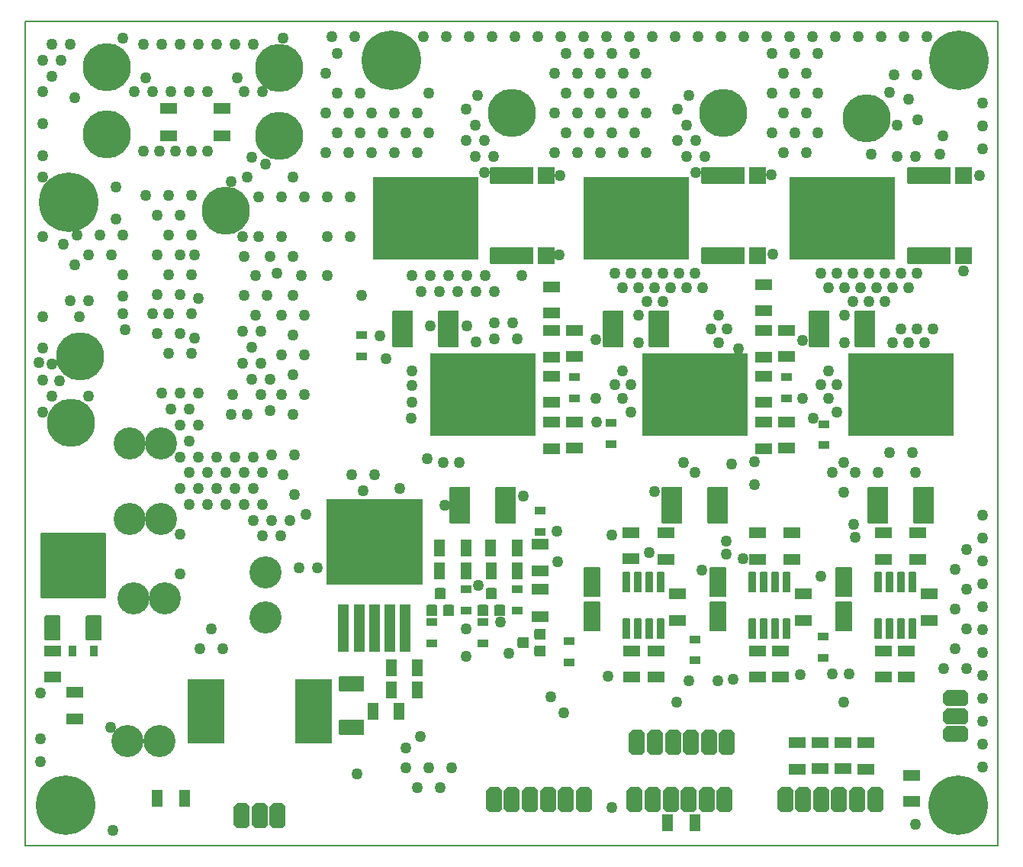
<source format=gbr>
G04 PROTEUS RS274X GERBER FILE*
%FSLAX45Y45*%
%MOMM*%
G01*
%ADD53C,1.270000*%
%ADD17C,1.016000*%
%AMPPAD048*
4,1,36,
2.413000,0.825500,
2.413000,-0.825500,
2.410470,-0.851470,
2.403200,-0.875480,
2.391650,-0.897080,
2.376290,-0.915790,
2.357570,-0.931150,
2.335980,-0.942700,
2.311970,-0.949970,
2.286000,-0.952500,
-2.286000,-0.952500,
-2.311970,-0.949970,
-2.335980,-0.942700,
-2.357570,-0.931150,
-2.376290,-0.915790,
-2.391650,-0.897080,
-2.403200,-0.875480,
-2.410470,-0.851470,
-2.413000,-0.825500,
-2.413000,0.825500,
-2.410470,0.851470,
-2.403200,0.875480,
-2.391650,0.897080,
-2.376290,0.915790,
-2.357570,0.931150,
-2.335980,0.942700,
-2.311970,0.949970,
-2.286000,0.952500,
2.286000,0.952500,
2.311970,0.949970,
2.335980,0.942700,
2.357570,0.931150,
2.376290,0.915790,
2.391650,0.897080,
2.403200,0.875480,
2.410470,0.851470,
2.413000,0.825500,
0*%
%ADD54PPAD048*%
%AMPPAD049*
4,1,36,
0.952500,0.825500,
0.952500,-0.825500,
0.949970,-0.851470,
0.942700,-0.875480,
0.931150,-0.897080,
0.915790,-0.915790,
0.897070,-0.931150,
0.875480,-0.942700,
0.851470,-0.949970,
0.825500,-0.952500,
-0.825500,-0.952500,
-0.851470,-0.949970,
-0.875480,-0.942700,
-0.897070,-0.931150,
-0.915790,-0.915790,
-0.931150,-0.897080,
-0.942700,-0.875480,
-0.949970,-0.851470,
-0.952500,-0.825500,
-0.952500,0.825500,
-0.949970,0.851470,
-0.942700,0.875480,
-0.931150,0.897080,
-0.915790,0.915790,
-0.897070,0.931150,
-0.875480,0.942700,
-0.851470,0.949970,
-0.825500,0.952500,
0.825500,0.952500,
0.851470,0.949970,
0.875480,0.942700,
0.897070,0.931150,
0.915790,0.915790,
0.931150,0.897080,
0.942700,0.875480,
0.949970,0.851470,
0.952500,0.825500,
0*%
%ADD55PPAD049*%
%ADD56C,5.334000*%
%AMPPAD051*
4,1,36,
-3.492500,3.619500,
3.492500,3.619500,
3.518470,3.616970,
3.542480,3.609700,
3.564080,3.598150,
3.582790,3.582790,
3.598150,3.564070,
3.609700,3.542480,
3.616970,3.518470,
3.619500,3.492500,
3.619500,-3.492500,
3.616970,-3.518470,
3.609700,-3.542480,
3.598150,-3.564070,
3.582790,-3.582790,
3.564080,-3.598150,
3.542480,-3.609700,
3.518470,-3.616970,
3.492500,-3.619500,
-3.492500,-3.619500,
-3.518470,-3.616970,
-3.542480,-3.609700,
-3.564080,-3.598150,
-3.582790,-3.582790,
-3.598150,-3.564070,
-3.609700,-3.542480,
-3.616970,-3.518470,
-3.619500,-3.492500,
-3.619500,3.492500,
-3.616970,3.518470,
-3.609700,3.542480,
-3.598150,3.564070,
-3.582790,3.582790,
-3.564080,3.598150,
-3.542480,3.609700,
-3.518470,3.616970,
-3.492500,3.619500,
0*%
%ADD57PPAD051*%
%AMPPAD052*
4,1,36,
-0.762000,1.397000,
0.762000,1.397000,
0.787970,1.394470,
0.811980,1.387200,
0.833580,1.375650,
0.852290,1.360290,
0.867650,1.341570,
0.879200,1.319980,
0.886470,1.295970,
0.889000,1.270000,
0.889000,-1.270000,
0.886470,-1.295970,
0.879200,-1.319980,
0.867650,-1.341570,
0.852290,-1.360290,
0.833580,-1.375650,
0.811980,-1.387200,
0.787970,-1.394470,
0.762000,-1.397000,
-0.762000,-1.397000,
-0.787970,-1.394470,
-0.811980,-1.387200,
-0.833580,-1.375650,
-0.852290,-1.360290,
-0.867650,-1.341570,
-0.879200,-1.319980,
-0.886470,-1.295970,
-0.889000,-1.270000,
-0.889000,1.270000,
-0.886470,1.295970,
-0.879200,1.319980,
-0.867650,1.341570,
-0.852290,1.360290,
-0.833580,1.375650,
-0.811980,1.387200,
-0.787970,1.394470,
-0.762000,1.397000,
0*%
%ADD58PPAD052*%
%AMPPAD053*
4,1,36,
0.317500,-0.571500,
-0.317500,-0.571500,
-0.343470,-0.568970,
-0.367480,-0.561700,
-0.389080,-0.550150,
-0.407790,-0.534790,
-0.423150,-0.516070,
-0.434700,-0.494480,
-0.441970,-0.470470,
-0.444500,-0.444500,
-0.444500,0.444500,
-0.441970,0.470470,
-0.434700,0.494480,
-0.423150,0.516070,
-0.407790,0.534790,
-0.389080,0.550150,
-0.367480,0.561700,
-0.343470,0.568970,
-0.317500,0.571500,
0.317500,0.571500,
0.343470,0.568970,
0.367480,0.561700,
0.389080,0.550150,
0.407790,0.534790,
0.423150,0.516070,
0.434700,0.494480,
0.441970,0.470470,
0.444500,0.444500,
0.444500,-0.444500,
0.441970,-0.470470,
0.434700,-0.494480,
0.423150,-0.516070,
0.407790,-0.534790,
0.389080,-0.550150,
0.367480,-0.561700,
0.343470,-0.568970,
0.317500,-0.571500,
0*%
%ADD59PPAD053*%
%AMPPAD054*
4,1,4,
-0.901700,-0.571500,
-0.901700,0.571500,
0.901700,0.571500,
0.901700,-0.571500,
-0.901700,-0.571500,
0*%
%ADD60PPAD054*%
%AMPPAD055*
4,1,4,
-0.571500,2.603500,
0.571500,2.603500,
0.571500,-2.603500,
-0.571500,-2.603500,
-0.571500,2.603500,
0*%
%ADD61PPAD055*%
%AMPPAD056*
4,1,4,
-5.372100,-4.775200,
-5.372100,4.775200,
5.372100,4.775200,
5.372100,-4.775200,
-5.372100,-4.775200,
0*%
%ADD62PPAD056*%
%AMPPAD057*
4,1,36,
-1.905000,3.556000,
1.905000,3.556000,
1.930970,3.553470,
1.954980,3.546200,
1.976580,3.534650,
1.995290,3.519290,
2.010650,3.500570,
2.022200,3.478980,
2.029470,3.454970,
2.032000,3.429000,
2.032000,-3.429000,
2.029470,-3.454970,
2.022200,-3.478980,
2.010650,-3.500570,
1.995290,-3.519290,
1.976580,-3.534650,
1.954980,-3.546200,
1.930970,-3.553470,
1.905000,-3.556000,
-1.905000,-3.556000,
-1.930970,-3.553470,
-1.954980,-3.546200,
-1.976580,-3.534650,
-1.995290,-3.519290,
-2.010650,-3.500570,
-2.022200,-3.478980,
-2.029470,-3.454970,
-2.032000,-3.429000,
-2.032000,3.429000,
-2.029470,3.454970,
-2.022200,3.478980,
-2.010650,3.500570,
-1.995290,3.519290,
-1.976580,3.534650,
-1.954980,3.546200,
-1.930970,3.553470,
-1.905000,3.556000,
0*%
%ADD63PPAD057*%
%AMPPAD058*
4,1,36,
-1.397000,-0.736600,
-1.397000,0.736600,
-1.394470,0.762570,
-1.387200,0.786580,
-1.375650,0.808180,
-1.360290,0.826890,
-1.341570,0.842250,
-1.319980,0.853800,
-1.295970,0.861070,
-1.270000,0.863600,
1.270000,0.863600,
1.295970,0.861070,
1.319980,0.853800,
1.341570,0.842250,
1.360290,0.826890,
1.375650,0.808180,
1.387200,0.786580,
1.394470,0.762570,
1.397000,0.736600,
1.397000,-0.736600,
1.394470,-0.762570,
1.387200,-0.786580,
1.375650,-0.808180,
1.360290,-0.826890,
1.341570,-0.842250,
1.319980,-0.853800,
1.295970,-0.861070,
1.270000,-0.863600,
-1.270000,-0.863600,
-1.295970,-0.861070,
-1.319980,-0.853800,
-1.341570,-0.842250,
-1.360290,-0.826890,
-1.375650,-0.808180,
-1.387200,-0.786580,
-1.394470,-0.762570,
-1.397000,-0.736600,
0*%
%ADD64PPAD058*%
%AMPPAD059*
4,1,4,
0.571500,-0.901700,
-0.571500,-0.901700,
-0.571500,0.901700,
0.571500,0.901700,
0.571500,-0.901700,
0*%
%ADD65PPAD059*%
%ADD66C,6.604000*%
%AMPPAD061*
4,1,36,
0.317500,-1.143000,
-0.317500,-1.143000,
-0.343470,-1.140470,
-0.367480,-1.133200,
-0.389080,-1.121650,
-0.407790,-1.106290,
-0.423150,-1.087570,
-0.434700,-1.065980,
-0.441970,-1.041970,
-0.444500,-1.016000,
-0.444500,1.016000,
-0.441970,1.041970,
-0.434700,1.065980,
-0.423150,1.087570,
-0.407790,1.106290,
-0.389080,1.121650,
-0.367480,1.133200,
-0.343470,1.140470,
-0.317500,1.143000,
0.317500,1.143000,
0.343470,1.140470,
0.367480,1.133200,
0.389080,1.121650,
0.407790,1.106290,
0.423150,1.087570,
0.434700,1.065980,
0.441970,1.041970,
0.444500,1.016000,
0.444500,-1.016000,
0.441970,-1.041970,
0.434700,-1.065980,
0.423150,-1.087570,
0.407790,-1.106290,
0.389080,-1.121650,
0.367480,-1.133200,
0.343470,-1.140470,
0.317500,-1.143000,
0*%
%ADD67PPAD061*%
%AMPPAD062*
4,1,36,
-0.825500,1.651000,
0.825500,1.651000,
0.851470,1.648470,
0.875480,1.641200,
0.897080,1.629650,
0.915790,1.614290,
0.931150,1.595570,
0.942700,1.573980,
0.949970,1.549970,
0.952500,1.524000,
0.952500,-1.524000,
0.949970,-1.549970,
0.942700,-1.573980,
0.931150,-1.595570,
0.915790,-1.614290,
0.897080,-1.629650,
0.875480,-1.641200,
0.851470,-1.648470,
0.825500,-1.651000,
-0.825500,-1.651000,
-0.851470,-1.648470,
-0.875480,-1.641200,
-0.897080,-1.629650,
-0.915790,-1.614290,
-0.931150,-1.595570,
-0.942700,-1.573980,
-0.949970,-1.549970,
-0.952500,-1.524000,
-0.952500,1.524000,
-0.949970,1.549970,
-0.942700,1.573980,
-0.931150,1.595570,
-0.915790,1.614290,
-0.897080,1.629650,
-0.875480,1.641200,
-0.851470,1.648470,
-0.825500,1.651000,
0*%
%ADD68PPAD062*%
%AMPPAD063*
4,1,36,
0.571500,0.317500,
0.571500,-0.317500,
0.568970,-0.343470,
0.561700,-0.367480,
0.550150,-0.389080,
0.534790,-0.407790,
0.516070,-0.423150,
0.494480,-0.434700,
0.470470,-0.441970,
0.444500,-0.444500,
-0.444500,-0.444500,
-0.470470,-0.441970,
-0.494480,-0.434700,
-0.516070,-0.423150,
-0.534790,-0.407790,
-0.550150,-0.389080,
-0.561700,-0.367480,
-0.568970,-0.343470,
-0.571500,-0.317500,
-0.571500,0.317500,
-0.568970,0.343470,
-0.561700,0.367480,
-0.550150,0.389080,
-0.534790,0.407790,
-0.516070,0.423150,
-0.494480,0.434700,
-0.470470,0.441970,
-0.444500,0.444500,
0.444500,0.444500,
0.470470,0.441970,
0.494480,0.434700,
0.516070,0.423150,
0.534790,0.407790,
0.550150,0.389080,
0.561700,0.367480,
0.568970,0.343470,
0.571500,0.317500,
0*%
%ADD69PPAD063*%
%AMPPAD064*
4,1,36,
0.444500,-0.635000,
-0.444500,-0.635000,
-0.470470,-0.632470,
-0.494480,-0.625200,
-0.516080,-0.613650,
-0.534790,-0.598290,
-0.550150,-0.579570,
-0.561700,-0.557980,
-0.568970,-0.533970,
-0.571500,-0.508000,
-0.571500,0.508000,
-0.568970,0.533970,
-0.561700,0.557980,
-0.550150,0.579570,
-0.534790,0.598290,
-0.516080,0.613650,
-0.494480,0.625200,
-0.470470,0.632470,
-0.444500,0.635000,
0.444500,0.635000,
0.470470,0.632470,
0.494480,0.625200,
0.516080,0.613650,
0.534790,0.598290,
0.550150,0.579570,
0.561700,0.557980,
0.568970,0.533970,
0.571500,0.508000,
0.571500,-0.508000,
0.568970,-0.533970,
0.561700,-0.557980,
0.550150,-0.579570,
0.534790,-0.598290,
0.516080,-0.613650,
0.494480,-0.625200,
0.470470,-0.632470,
0.444500,-0.635000,
0*%
%ADD74PPAD064*%
%AMPPAD065*
4,1,36,
0.635000,0.444500,
0.635000,-0.444500,
0.632470,-0.470470,
0.625200,-0.494480,
0.613650,-0.516080,
0.598290,-0.534790,
0.579570,-0.550150,
0.557980,-0.561700,
0.533970,-0.568970,
0.508000,-0.571500,
-0.508000,-0.571500,
-0.533970,-0.568970,
-0.557980,-0.561700,
-0.579570,-0.550150,
-0.598290,-0.534790,
-0.613650,-0.516080,
-0.625200,-0.494480,
-0.632470,-0.470470,
-0.635000,-0.444500,
-0.635000,0.444500,
-0.632470,0.470470,
-0.625200,0.494480,
-0.613650,0.516080,
-0.598290,0.534790,
-0.579570,0.550150,
-0.557980,0.561700,
-0.533970,0.568970,
-0.508000,0.571500,
0.508000,0.571500,
0.533970,0.568970,
0.557980,0.561700,
0.579570,0.550150,
0.598290,0.534790,
0.613650,0.516080,
0.625200,0.494480,
0.632470,0.470470,
0.635000,0.444500,
0*%
%ADD75PPAD065*%
%AMPPAD066*
4,1,8,
-1.397000,-0.509800,
-1.397000,0.509800,
-1.017800,0.889000,
1.017800,0.889000,
1.397000,0.509800,
1.397000,-0.509800,
1.017800,-0.889000,
-1.017800,-0.889000,
-1.397000,-0.509800,
0*%
%ADD76PPAD066*%
%AMPPAD067*
4,1,8,
-0.509800,1.397000,
0.509800,1.397000,
0.889000,1.017800,
0.889000,-1.017800,
0.509800,-1.397000,
-0.509800,-1.397000,
-0.889000,-1.017800,
-0.889000,1.017800,
-0.509800,1.397000,
0*%
%ADD77PPAD067*%
%ADD78C,3.556000*%
%AMPPAD069*
4,1,36,
-5.715000,4.572000,
5.715000,4.572000,
5.740970,4.569470,
5.764980,4.562200,
5.786580,4.550650,
5.805290,4.535290,
5.820650,4.516570,
5.832200,4.494980,
5.839470,4.470970,
5.842000,4.445000,
5.842000,-4.445000,
5.839470,-4.470970,
5.832200,-4.494980,
5.820650,-4.516570,
5.805290,-4.535290,
5.786580,-4.550650,
5.764980,-4.562200,
5.740970,-4.569470,
5.715000,-4.572000,
-5.715000,-4.572000,
-5.740970,-4.569470,
-5.764980,-4.562200,
-5.786580,-4.550650,
-5.805290,-4.535290,
-5.820650,-4.516570,
-5.832200,-4.494980,
-5.839470,-4.470970,
-5.842000,-4.445000,
-5.842000,4.445000,
-5.839470,4.470970,
-5.832200,4.494980,
-5.820650,4.516570,
-5.805290,4.535290,
-5.786580,4.550650,
-5.764980,4.562200,
-5.740970,4.569470,
-5.715000,4.572000,
0*%
%ADD79PPAD069*%
%AMPPAD070*
4,1,36,
-1.016000,2.032000,
1.016000,2.032000,
1.041970,2.029470,
1.065980,2.022200,
1.087580,2.010650,
1.106290,1.995290,
1.121650,1.976570,
1.133200,1.954980,
1.140470,1.930970,
1.143000,1.905000,
1.143000,-1.905000,
1.140470,-1.930970,
1.133200,-1.954980,
1.121650,-1.976570,
1.106290,-1.995290,
1.087580,-2.010650,
1.065980,-2.022200,
1.041970,-2.029470,
1.016000,-2.032000,
-1.016000,-2.032000,
-1.041970,-2.029470,
-1.065980,-2.022200,
-1.087580,-2.010650,
-1.106290,-1.995290,
-1.121650,-1.976570,
-1.133200,-1.954980,
-1.140470,-1.930970,
-1.143000,-1.905000,
-1.143000,1.905000,
-1.140470,1.930970,
-1.133200,1.954980,
-1.121650,1.976570,
-1.106290,1.995290,
-1.087580,2.010650,
-1.065980,2.022200,
-1.041970,2.029470,
-1.016000,2.032000,
0*%
%ADD80PPAD070*%
%ADD38C,0.203200*%
D53*
X+3213100Y-1497654D03*
X+3213100Y-1308100D03*
X+3213100Y-1145702D03*
X+4127500Y-617774D03*
X+4330700Y-617774D03*
X+3314700Y-265822D03*
X+3517900Y-265822D03*
X+3721100Y-265822D03*
X+3924300Y-265822D03*
X+4127500Y-265822D03*
X+3213100Y-89846D03*
X+3416300Y-89846D03*
X+3619500Y-89846D03*
X+3822700Y-89846D03*
X+4025900Y-89846D03*
X+4432300Y-89846D03*
X+4013200Y+1052310D03*
X+3911600Y+1228286D03*
X+4114800Y+1228286D03*
X+3810000Y+1404262D03*
X+4013200Y+1404262D03*
X+3911600Y+1580238D03*
X+3810000Y+1756214D03*
X+3937000Y+1905000D03*
X+8597900Y+1228286D03*
X+8801100Y+1228286D03*
X+8597900Y+1580238D03*
X+8724900Y+1866900D03*
X+6363969Y+1052310D03*
X+6262369Y+1228286D03*
X+6465569Y+1228286D03*
X+6160769Y+1404262D03*
X+6363969Y+1404262D03*
X+6262369Y+1580238D03*
X+6160769Y+1756214D03*
X+6286500Y+1905000D03*
X+7747000Y-3429000D03*
X+6428649Y-3363510D03*
X+3200400Y-1676400D03*
X+4127500Y-793750D03*
X+4381500Y-793750D03*
X-134100Y-5105400D03*
X+1472186Y-535190D03*
X+1345186Y-315220D03*
X+1599186Y-315220D03*
X+1472186Y-95250D03*
X+1345186Y+124720D03*
X+1714500Y-63500D03*
X+1206500Y+952500D03*
X+1587500Y+1143000D03*
X+8305800Y+1257545D03*
X+9067800Y+1257545D03*
X+8509000Y+1943100D03*
X+8559800Y+2137425D03*
X+8813800Y+2137425D03*
X+4191000Y-3937000D03*
X+7519052Y-4519896D03*
X+7874000Y-4508500D03*
X+3811743Y-4009908D03*
X+3810000Y-4318000D03*
X+4445000Y-2540000D03*
X+6756400Y-2184400D03*
X+508000Y-958605D03*
X+762000Y-958605D03*
X+381000Y-738635D03*
X+635000Y-738635D03*
X+0Y-518665D03*
X+508000Y-518665D03*
X+762000Y-518665D03*
X+381000Y-298695D03*
X+635000Y-298695D03*
X+0Y-78725D03*
X+508000Y-78725D03*
X+762000Y-78725D03*
X-381000Y+141245D03*
X-127000Y+141245D03*
X+381000Y+141245D03*
X+635000Y+141245D03*
X-508000Y+361215D03*
X-254000Y+361215D03*
X+0Y+361215D03*
X+508000Y+361215D03*
X+762000Y+361215D03*
X+381000Y+581185D03*
X+635000Y+581185D03*
X+254000Y+801155D03*
X+508000Y+801155D03*
X+762000Y+801155D03*
X+5384021Y-4535575D03*
X+4283159Y-4283011D03*
X+4826045Y-3267760D03*
X+2667000Y-2476500D03*
X+7543800Y-812800D03*
X+8127850Y-2993866D03*
X+8118219Y-2853714D03*
X+5249412Y-804176D03*
X+6696244Y-3035770D03*
X+5257800Y-1714500D03*
X+5905500Y-2489200D03*
X+6698805Y-3180794D03*
X+7664736Y-1676863D03*
X+8001000Y-2498395D03*
X+6350000Y-2278425D03*
X+7874000Y-2278425D03*
X+8128000Y-2278425D03*
X+8382000Y-2278425D03*
X+8509000Y-2058455D03*
X+8763000Y-2058455D03*
X+1218186Y-1415070D03*
X+1980186Y-95250D03*
X+3924300Y-823914D03*
X+3416300Y-647938D03*
X+3822700Y-647938D03*
X+7924800Y-1608885D03*
X+7835900Y-1454906D03*
X+7747000Y-1300927D03*
X+7924800Y-1300927D03*
X+7835900Y-1146948D03*
X+8013700Y-838990D03*
X+8547100Y-838990D03*
X+8724900Y-838990D03*
X+8902700Y-838990D03*
X+8636000Y-685011D03*
X+8813800Y-685011D03*
X+8991600Y-685011D03*
X+8013700Y-531032D03*
X+8102600Y-377053D03*
X+8280400Y-377053D03*
X+8458200Y-377053D03*
X+7835900Y-223074D03*
X+8013700Y-223074D03*
X+8191500Y-223074D03*
X+8369300Y-223074D03*
X+8547100Y-223074D03*
X+8724900Y-223074D03*
X+7747000Y-69095D03*
X+7924800Y-69095D03*
X+8102600Y-69095D03*
X+8280400Y-69095D03*
X+8458200Y-69095D03*
X+8636000Y-69095D03*
X+8813800Y-69095D03*
X+5638800Y-1608885D03*
X+5549900Y-1454906D03*
X+5461000Y-1300927D03*
X+5638800Y-1300927D03*
X+5549900Y-1146948D03*
X+5727700Y-838990D03*
X+6616700Y-838990D03*
X+6527800Y-685011D03*
X+6705600Y-685011D03*
X+5727700Y-531032D03*
X+6616700Y-531032D03*
X+5816600Y-377053D03*
X+5994400Y-377053D03*
X+5549900Y-223074D03*
X+5727700Y-223074D03*
X+5905500Y-223074D03*
X+6083300Y-223074D03*
X+6261100Y-223074D03*
X+6438900Y-223074D03*
X+5461000Y-69095D03*
X+5638800Y-69095D03*
X+5816600Y-69095D03*
X+5994400Y-69095D03*
X+6172200Y-69095D03*
X+6350000Y-69095D03*
X+7010400Y-2413000D03*
X+3556000Y-2168441D03*
X+3733800Y-2168441D03*
X+6223000Y-2168441D03*
X+8001000Y-2168441D03*
X+800100Y-782630D03*
X+0Y-320693D03*
X+800100Y+141244D03*
X+8826500Y+1638300D03*
X+9105900Y+1460500D03*
X+8802625Y-6177544D03*
X+8064500Y-4508500D03*
X+8001000Y-4826000D03*
X+6286500Y-4584700D03*
X+6604000Y-4584700D03*
X+6153231Y-4826944D03*
X+6778656Y-4571579D03*
X+1955800Y-3334134D03*
X+2159000Y-3334134D03*
X+1549400Y-2982182D03*
X+1752600Y-2982182D03*
X+1447800Y-2806206D03*
X+1651000Y-2806206D03*
X+1854200Y-2806206D03*
X+736600Y-2630230D03*
X+939800Y-2630230D03*
X+1143000Y-2630230D03*
X+1346200Y-2630230D03*
X+1549400Y-2630230D03*
X+635000Y-2454254D03*
X+838200Y-2454254D03*
X+1041400Y-2454254D03*
X+1244600Y-2454254D03*
X+1447800Y-2454254D03*
X+3073400Y-2454254D03*
X+736600Y-2278278D03*
X+939800Y-2278278D03*
X+1143000Y-2278278D03*
X+1346200Y-2278278D03*
X+1549400Y-2278278D03*
X+635000Y-2102302D03*
X+838200Y-2102302D03*
X+1041400Y-2102302D03*
X+1244600Y-2102302D03*
X+1447800Y-2102302D03*
X+7010400Y-2159000D03*
X+736600Y-1926326D03*
X+635000Y-1750350D03*
X+838200Y-1750350D03*
X+533400Y-1574374D03*
X+736600Y-1574374D03*
X+431800Y-1398398D03*
X+635000Y-1398398D03*
X+838200Y-1398398D03*
X+25400Y-694494D03*
X+330200Y-518518D03*
X+838200Y-342542D03*
X-660400Y+254000D03*
X-76200Y+537338D03*
X-76200Y+889290D03*
X-889000Y+1241242D03*
X-889000Y+1593194D03*
X-889000Y+1945146D03*
X+127000Y+1945146D03*
X+330200Y+1945146D03*
X+533400Y+1945146D03*
X+736600Y+1945146D03*
X+939800Y+1945146D03*
X+1346200Y+1945146D03*
X+1549400Y+1945146D03*
X-787400Y+2121122D03*
X-889000Y+2297098D03*
X-685800Y+2297098D03*
X-787400Y+2473074D03*
X-584200Y+2473074D03*
X+228600Y+2473074D03*
X+431800Y+2473074D03*
X+635000Y+2473074D03*
X+838200Y+2473074D03*
X+1041400Y+2473074D03*
X+1244600Y+2473074D03*
X+1447800Y+2473074D03*
X-698500Y-1257300D03*
X-927100Y-1054100D03*
X-889000Y-1602936D03*
X-787400Y-1426960D03*
X-381000Y-1426960D03*
X-889000Y-1250984D03*
X-787400Y-1075008D03*
X-889000Y-899032D03*
X-889000Y-547080D03*
X-482600Y-547080D03*
X-584200Y-371104D03*
X-381000Y-371104D03*
X+1638300Y-1591046D03*
X+1536700Y-1415070D03*
X+1435100Y-1239094D03*
X+1638300Y-1239094D03*
X+1333500Y-1063118D03*
X+1536700Y-1063118D03*
X+1435100Y-887142D03*
X+1333500Y-711166D03*
X+1536700Y-711166D03*
X+1333500Y+344690D03*
X+1435100Y+1224570D03*
X+3145817Y-5333103D03*
X+4895850Y-4946650D03*
X+3944752Y-3532550D03*
X+5431385Y-2971800D03*
X+2857500Y-762000D03*
X+2921000Y-1016000D03*
X+3576345Y-2643122D03*
X+4818888Y-2925288D03*
X+5842000Y-3162300D03*
X+3302000Y-5207000D03*
X+4752309Y-4765009D03*
X+1206500Y-1635040D03*
X+228600Y+1290561D03*
X+406400Y+1290561D03*
X+584200Y+1290561D03*
X+762000Y+1290561D03*
X+939800Y+1290561D03*
X+8801100Y-2278278D03*
X+3378200Y-2124299D03*
X-533400Y+31407D03*
X-889000Y+339365D03*
X-533400Y+1879155D03*
X+6883138Y-3230089D03*
X+6832600Y-901700D03*
D17*
X+5249124Y-1453322D03*
D53*
X+1384300Y-1635040D03*
X+1892300Y-1635040D03*
X+1765300Y-1415070D03*
X+2019300Y-1415070D03*
X+1892300Y-1195100D03*
X+1765300Y-975130D03*
X+2019300Y-975130D03*
X+1892300Y-755160D03*
X+1765300Y-535190D03*
X+2019300Y-535190D03*
X+1892300Y-315220D03*
X+2654300Y-315220D03*
X+2273300Y-95250D03*
X+1638300Y+124720D03*
X+1892300Y+124720D03*
X+1511300Y+344690D03*
X+1765300Y+344690D03*
X+2273300Y+344690D03*
X+2527300Y+344690D03*
X+1511300Y+784630D03*
X+1765300Y+784630D03*
X+2019300Y+784630D03*
X+2273300Y+784630D03*
X+2527300Y+784630D03*
X+1384300Y+1004600D03*
X+1892300Y+1004600D03*
X-106680Y-6243320D03*
X-909320Y-5484593D03*
X-909320Y-5230593D03*
X-909320Y-4722593D03*
X+2326575Y+2560320D03*
X+2580575Y+2560320D03*
X+3342575Y+2560320D03*
X+3596575Y+2560320D03*
X+3850575Y+2560320D03*
X+4104575Y+2560320D03*
X+4358575Y+2560320D03*
X+4612575Y+2560320D03*
X+4866575Y+2560320D03*
X+5120575Y+2560320D03*
X+5374575Y+2560320D03*
X+5628575Y+2560320D03*
X+5882575Y+2560320D03*
X+6136575Y+2560320D03*
X+6390575Y+2560320D03*
X+6644575Y+2560320D03*
X+6898575Y+2560320D03*
X+7152575Y+2560320D03*
X+7406575Y+2560320D03*
X+7660575Y+2560320D03*
X+7914575Y+2560320D03*
X+8168575Y+2560320D03*
X+8422575Y+2560320D03*
X+8676575Y+2560320D03*
X+8930575Y+2560320D03*
X+9545320Y+1821839D03*
X+9545320Y+1567839D03*
X+9545320Y+1313839D03*
X+9545320Y-2750161D03*
X+9545320Y-3004161D03*
X+9545320Y-3258161D03*
X+9545320Y-3512161D03*
X+9545320Y-3766161D03*
X+9545320Y-4020161D03*
X+9545320Y-4274161D03*
X+9545320Y-4528161D03*
X+9545320Y-4782161D03*
X+9545320Y-5036161D03*
X+9545320Y-5290161D03*
X+9545320Y-5544161D03*
X+5430518Y-5990308D03*
X+3271518Y-5770338D03*
X+3525518Y-5770338D03*
X+3144518Y-5550368D03*
X+3398518Y-5550368D03*
X+3652518Y-5550368D03*
X+9113518Y-4450518D03*
X+9367518Y-4450518D03*
X+858518Y-4230548D03*
X+1112518Y-4230548D03*
X+9240518Y-4230548D03*
X+985518Y-4010578D03*
X+9367518Y-4010578D03*
X+9240518Y-3790608D03*
X+9367518Y-3570638D03*
X+9240518Y-3350668D03*
X+9367518Y-3130698D03*
X+2255518Y+1268702D03*
X+2509518Y+1268702D03*
X+2763518Y+1268702D03*
X+3017518Y+1268702D03*
X+3271518Y+1268702D03*
X+4795518Y+1268702D03*
X+5049518Y+1268702D03*
X+5303518Y+1268702D03*
X+5557518Y+1268702D03*
X+5811518Y+1268702D03*
X+7335518Y+1268702D03*
X+7589518Y+1268702D03*
X+2382518Y+1488672D03*
X+2636518Y+1488672D03*
X+2890518Y+1488672D03*
X+3144518Y+1488672D03*
X+3398518Y+1488672D03*
X+4922518Y+1488672D03*
X+5176518Y+1488672D03*
X+5430518Y+1488672D03*
X+5684518Y+1488672D03*
X+7208518Y+1488672D03*
X+7462518Y+1488672D03*
X+7716518Y+1488672D03*
X+2255518Y+1708642D03*
X+2509518Y+1708642D03*
X+2763518Y+1708642D03*
X+3017518Y+1708642D03*
X+3271518Y+1708642D03*
X+4795518Y+1708642D03*
X+5049518Y+1708642D03*
X+5303518Y+1708642D03*
X+5557518Y+1708642D03*
X+5811518Y+1708642D03*
X+7335518Y+1708642D03*
X+7589518Y+1708642D03*
X+2382518Y+1928612D03*
X+2636518Y+1928612D03*
X+3398518Y+1928612D03*
X+4922518Y+1928612D03*
X+5176518Y+1928612D03*
X+5430518Y+1928612D03*
X+5684518Y+1928612D03*
X+7208518Y+1928612D03*
X+7462518Y+1928612D03*
X+7716518Y+1928612D03*
X+2255518Y+2148582D03*
X+4795518Y+2148582D03*
X+5049518Y+2148582D03*
X+5303518Y+2148582D03*
X+5557518Y+2148582D03*
X+5811518Y+2148582D03*
X+7335518Y+2148582D03*
X+7589518Y+2148582D03*
X+2382518Y+2368552D03*
X+4922518Y+2368552D03*
X+5176518Y+2368552D03*
X+5430518Y+2368552D03*
X+5684518Y+2368552D03*
X+7208518Y+2368552D03*
X+7462518Y+2368552D03*
X+7716518Y+2368552D03*
X+5249412Y-1454150D03*
X+7545632Y-1454630D03*
X+635000Y-3400126D03*
X+635000Y-2960186D03*
X+2032000Y-2740216D03*
X+1905000Y-2520246D03*
X+1778000Y-2300276D03*
X+2540000Y-2300276D03*
X+2794000Y-2300276D03*
X+1651000Y-2080306D03*
X+1905000Y-2080306D03*
X-889000Y+999274D03*
X+254000Y+2099124D03*
X+1270000Y+2099124D03*
X+0Y+2539064D03*
X+1778000Y+2539064D03*
X+4849152Y+136041D03*
X+4855876Y+1015407D03*
X+9330122Y-39719D03*
X+9512300Y+1016000D03*
X+7212726Y+148446D03*
X+7200900Y+1028700D03*
X+2602489Y-5621043D03*
D54*
X+6667500Y+1016000D03*
X+6667500Y+127000D03*
D55*
X+7048500Y+127000D03*
X+7048500Y+1016000D03*
D54*
X+8953500Y+1016000D03*
X+8953500Y+127000D03*
D55*
X+9334500Y+127000D03*
X+9334500Y+1016000D03*
D54*
X+4318000Y+1016000D03*
X+4318000Y+127000D03*
D55*
X+4699000Y+127000D03*
X+4699000Y+1016000D03*
D56*
X+4318000Y+1714500D03*
X+6667500Y+1714500D03*
X+8255000Y+1651000D03*
D57*
X-546100Y-3309620D03*
D58*
X-774700Y-4000500D03*
X-317500Y-4000500D03*
D59*
X-552450Y-4254500D03*
X-317500Y-4254500D03*
D60*
X-774700Y-4544500D03*
X-774700Y-4254500D03*
D61*
X+2453640Y-4000500D03*
X+2623820Y-4000500D03*
X+2794000Y-4000500D03*
X+2964180Y-4000500D03*
X+3134360Y-4000500D03*
D62*
X+2794000Y-3048000D03*
D63*
X+2120900Y-4927600D03*
X+927100Y-4927600D03*
D64*
X+2540000Y-5102800D03*
X+2540000Y-4622800D03*
D60*
X-527800Y-4711700D03*
X-527800Y-5011700D03*
D65*
X+3274500Y-4445000D03*
X+2984500Y-4445000D03*
D60*
X+508000Y+1760500D03*
X+508000Y+1460500D03*
X+1104900Y+1760500D03*
X+1104900Y+1460500D03*
D66*
X-602309Y+718491D03*
D56*
X-571500Y-1727200D03*
D60*
X+6032500Y-2948500D03*
X+6032500Y-3238500D03*
X+5638800Y-2946400D03*
X+5638800Y-3236400D03*
D67*
X+5588000Y-4013200D03*
X+5715000Y-4013200D03*
X+5842000Y-4013200D03*
X+5969000Y-4013200D03*
X+5969000Y-3492500D03*
X+5842000Y-3492500D03*
X+5715000Y-3492500D03*
X+5588000Y-3492500D03*
X+6985000Y-4013200D03*
X+7112000Y-4013200D03*
X+7239000Y-4013200D03*
X+7366000Y-4013200D03*
X+7366000Y-3492500D03*
X+7239000Y-3492500D03*
X+7112000Y-3492500D03*
X+6985000Y-3492500D03*
X+8382000Y-4013200D03*
X+8509000Y-4013200D03*
X+8636000Y-4013200D03*
X+8763000Y-4013200D03*
X+8763000Y-3492500D03*
X+8636000Y-3492500D03*
X+8509000Y-3492500D03*
X+8382000Y-3492500D03*
D60*
X+7048500Y-2948500D03*
X+7048500Y-3238500D03*
D68*
X+5207000Y-3492500D03*
X+5207000Y-3873500D03*
X+6604000Y-3492500D03*
X+6604000Y-3873500D03*
X+8001000Y-3492500D03*
X+8001000Y-3873500D03*
D69*
X+4953000Y-4381500D03*
X+4953000Y-4146550D03*
X+6350000Y-4362450D03*
X+6350000Y-4127500D03*
X+7778750Y-4330700D03*
X+7778750Y-4095750D03*
D60*
X+6159500Y-3619500D03*
X+6159500Y-3919500D03*
X+7556500Y-3619500D03*
X+7556500Y-3919500D03*
X+8953500Y-3619500D03*
X+8953500Y-3919500D03*
X+7429500Y-2948500D03*
X+7429500Y-3238500D03*
X+8445500Y-2948500D03*
X+8445500Y-3238500D03*
X+8826500Y-2948500D03*
X+8826500Y-3238500D03*
X+5651500Y-4544500D03*
X+5651500Y-4254500D03*
X+5923000Y-4544500D03*
X+5923000Y-4254500D03*
X+7048500Y-4544500D03*
X+7048500Y-4254500D03*
X+5016500Y-698500D03*
X+5016500Y-988500D03*
X+4762500Y-218000D03*
X+4762500Y-508000D03*
X+5016500Y-1714500D03*
X+5016500Y-2004500D03*
X+4762500Y-1206500D03*
X+4762500Y-1496500D03*
X+4762500Y-698500D03*
X+4762500Y-998500D03*
X+4762500Y-1714500D03*
X+4762500Y-2014500D03*
X+7112000Y-698500D03*
X+7112000Y-998500D03*
X+7112000Y-1714500D03*
X+7112000Y-2014500D03*
X+7366000Y-698500D03*
X+7366000Y-988500D03*
X+7112000Y-190500D03*
X+7112000Y-480500D03*
X+7366000Y-1714500D03*
X+7366000Y-2004500D03*
X+7112000Y-1206500D03*
X+7112000Y-1496500D03*
D74*
X+3522980Y-3619500D03*
X+3429000Y-3810000D03*
X+3616960Y-3810000D03*
X+4094480Y-3619500D03*
X+4000500Y-3810000D03*
X+4188460Y-3810000D03*
D75*
X+4445000Y-4160520D03*
X+4635500Y-4254500D03*
X+4635500Y-4066540D03*
D69*
X+3810000Y-3575050D03*
X+3810000Y-3810000D03*
X+3429000Y-3937000D03*
X+3429000Y-4171950D03*
X+4381500Y-3575050D03*
X+4381500Y-3810000D03*
X+4000500Y-3937000D03*
X+4000500Y-4171950D03*
D65*
X+3520000Y-3365500D03*
X+3810000Y-3365500D03*
X+3520000Y-3111500D03*
X+3810000Y-3111500D03*
X+4381500Y-3365500D03*
X+4091500Y-3365500D03*
D60*
X+4635500Y-3075500D03*
X+4635500Y-3365500D03*
X+4635500Y-3873500D03*
X+4635500Y-3573500D03*
D65*
X+4381500Y-3111500D03*
X+4081500Y-3111500D03*
D60*
X+8699500Y-4544500D03*
X+8699500Y-4254500D03*
D65*
X+6350000Y-6159500D03*
X+6050000Y-6159500D03*
D60*
X+8245500Y-5570500D03*
X+8245500Y-5270500D03*
X+7483500Y-5570499D03*
X+7483500Y-5270500D03*
D76*
X+9245600Y-5181500D03*
X+9245600Y-4981500D03*
X+9245600Y-4781500D03*
D60*
X+7302500Y-4544500D03*
X+7302500Y-4254500D03*
X+8445500Y-4544500D03*
X+8445500Y-4254500D03*
X+8753500Y-5635301D03*
X+8753500Y-5925301D03*
X+7991500Y-5270500D03*
X+7991500Y-5560500D03*
X+7737500Y-5270500D03*
X+7737500Y-5560500D03*
D77*
X+8356500Y-5905500D03*
X+8156500Y-5905500D03*
X+7956500Y-5905500D03*
X+7756500Y-5905500D03*
X+7556500Y-5905500D03*
X+7356500Y-5905500D03*
D56*
X-469900Y-990600D03*
X+1146547Y+625845D03*
X-177800Y+1473200D03*
X-177800Y+2223200D03*
X+1739900Y+1460500D03*
X+1739900Y+2210500D03*
D66*
X+9283700Y+2298700D03*
X+2984500Y+2298700D03*
X+9271000Y-5969000D03*
X-635000Y-5969000D03*
D77*
X+4124500Y-5905500D03*
X+4324500Y-5905500D03*
X+4524500Y-5905500D03*
X+4724500Y-5905500D03*
X+4924500Y-5905500D03*
X+5124500Y-5905500D03*
X+5686500Y-5905500D03*
X+5886500Y-5905500D03*
X+6086500Y-5905500D03*
X+6286500Y-5905500D03*
X+6486500Y-5905500D03*
X+6686500Y-5905500D03*
X+5712000Y-5270500D03*
X+5912000Y-5270500D03*
X+6112000Y-5270500D03*
X+6312000Y-5270500D03*
X+6512000Y-5270500D03*
X+6712000Y-5270500D03*
X+1722985Y-6086392D03*
X+1522985Y-6086392D03*
X+1322985Y-6086392D03*
D78*
X+1587500Y-3886200D03*
X+1587500Y-3386200D03*
D79*
X+3365500Y+546100D03*
D80*
X+3111500Y-685800D03*
X+3619500Y-685800D03*
D79*
X+4000500Y-1409700D03*
D80*
X+3746500Y-2641600D03*
X+4254500Y-2641600D03*
D79*
X+5702300Y+546100D03*
D80*
X+5448300Y-685800D03*
X+5956300Y-685800D03*
D79*
X+6350000Y-1409700D03*
D80*
X+6096000Y-2641600D03*
X+6604000Y-2641600D03*
D79*
X+7988300Y+546100D03*
D80*
X+7734300Y-685800D03*
X+8242300Y-685800D03*
D79*
X+8636000Y-1409700D03*
D80*
X+8382000Y-2641600D03*
X+8890000Y-2641600D03*
D65*
X+3274500Y-4686300D03*
X+2984500Y-4686300D03*
X+2781300Y-4927600D03*
X+3071300Y-4927600D03*
D78*
X+76200Y-1955800D03*
X+426200Y-1955800D03*
X+76200Y-2794000D03*
X+426200Y-2794000D03*
X+56400Y-5257800D03*
X+406400Y-5257800D03*
X+119900Y-3670300D03*
X+469900Y-3670300D03*
D65*
X+385800Y-5892800D03*
X+685800Y-5892800D03*
D69*
X+4635500Y-2933700D03*
X+4635500Y-2698750D03*
X+2654300Y-990600D03*
X+2654300Y-755650D03*
X+5016500Y-1219200D03*
X+5016500Y-1454150D03*
X+5422900Y-1962150D03*
X+5422900Y-1727200D03*
X+7366000Y-1219200D03*
X+7366000Y-1454150D03*
X+7785100Y-1974850D03*
X+7785100Y-1739900D03*
D38*
X-1079500Y-6413500D02*
X+9715500Y-6413500D01*
X+9715500Y+2730500D01*
X-1079500Y+2730500D01*
X-1079500Y-6413500D01*
M02*

</source>
